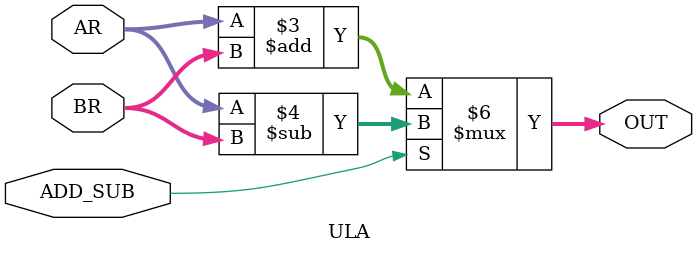
<source format=v>
/*
	ULA
*/

module ULA(

	//Declaração de ports
		input ADD_SUB,
		input [7:0] AR, BR,
		output reg[7:0] OUT
);
	//Delcaração tipos de dados
	
	//Funcionamento do circuito
		always @(*)
		begin
			if (ADD_SUB == 0)
				OUT <= AR+BR;
			else
				OUT <= AR-BR;
		end
		
endmodule


</source>
